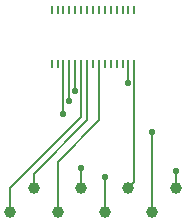
<source format=gbr>
G04 EAGLE Gerber RS-274X export*
G75*
%MOMM*%
%FSLAX34Y34*%
%LPD*%
%INTop Copper*%
%IPPOS*%
%AMOC8*
5,1,8,0,0,1.08239X$1,22.5*%
G01*
G04 Define Apertures*
%ADD10R,0.250000X0.800000*%
%ADD11C,1.000000*%
%ADD12C,0.152400*%
%ADD13C,0.554000*%
D10*
X50000Y195840D03*
X55000Y195840D03*
X60000Y195840D03*
X65000Y195840D03*
X70000Y195840D03*
X75000Y195840D03*
X80000Y195840D03*
X85000Y195840D03*
X90000Y195840D03*
X95000Y195840D03*
X100000Y195840D03*
X105000Y195840D03*
X110000Y195840D03*
X115000Y195840D03*
X120000Y195840D03*
X120000Y150340D03*
X115000Y150340D03*
X110000Y150340D03*
X105000Y150340D03*
X100000Y150340D03*
X95000Y150340D03*
X90000Y150340D03*
X85000Y150340D03*
X80000Y150340D03*
X75000Y150340D03*
X70000Y150340D03*
X65000Y150340D03*
X60000Y150340D03*
X55000Y150340D03*
X50000Y150340D03*
D11*
X15000Y25160D03*
X35000Y45160D03*
X55000Y25160D03*
X75000Y45160D03*
X95000Y25160D03*
X115000Y45160D03*
X135000Y25160D03*
X155000Y45160D03*
D12*
X15000Y45000D02*
X15000Y25160D01*
X75112Y150228D02*
X75000Y150340D01*
X75112Y150228D02*
X75112Y105112D01*
X15000Y45000D01*
X80000Y102500D02*
X80000Y150340D01*
X80000Y102500D02*
X35000Y57500D01*
X35000Y45160D01*
X55000Y25160D02*
X55000Y67500D01*
X90000Y102500D01*
X90000Y150340D01*
D13*
X75000Y62500D03*
X60000Y108000D03*
D12*
X60000Y150340D01*
X75000Y62500D02*
X75000Y45160D01*
D13*
X95000Y55000D03*
X65056Y119092D03*
D12*
X95000Y55000D02*
X95000Y25160D01*
X65000Y119148D02*
X65000Y150340D01*
X65000Y119148D02*
X65056Y119092D01*
X120000Y136150D02*
X120000Y150340D01*
X120000Y136150D02*
X120056Y136094D01*
X120056Y50216D01*
X115000Y45160D01*
D13*
X135000Y92500D03*
D12*
X135000Y25160D01*
D13*
X115000Y134000D03*
D12*
X115000Y150340D01*
D13*
X155000Y60000D03*
D12*
X155000Y45160D01*
D13*
X70056Y127500D03*
D12*
X70000Y127556D02*
X70000Y150340D01*
X70000Y127556D02*
X70056Y127500D01*
M02*

</source>
